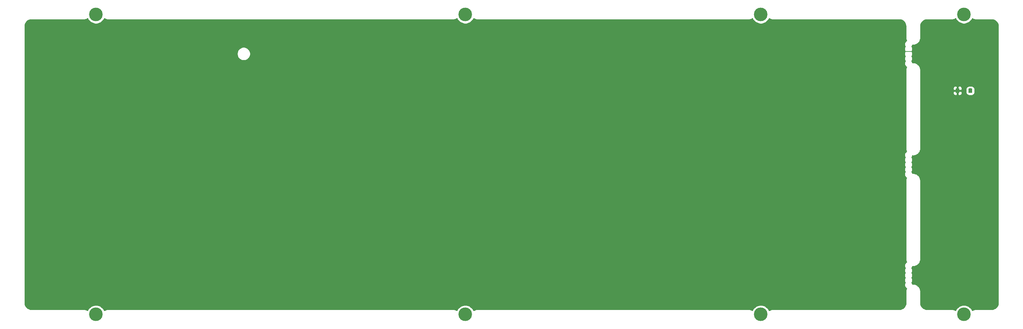
<source format=gbr>
G04 #@! TF.GenerationSoftware,KiCad,Pcbnew,(5.1.10-1-10_14)*
G04 #@! TF.CreationDate,2021-08-19T11:23:44-05:00*
G04 #@! TF.ProjectId,ori_bottom_plate,6f72695f-626f-4747-946f-6d5f706c6174,rev?*
G04 #@! TF.SameCoordinates,Original*
G04 #@! TF.FileFunction,Copper,L1,Top*
G04 #@! TF.FilePolarity,Positive*
%FSLAX46Y46*%
G04 Gerber Fmt 4.6, Leading zero omitted, Abs format (unit mm)*
G04 Created by KiCad (PCBNEW (5.1.10-1-10_14)) date 2021-08-19 11:23:44*
%MOMM*%
%LPD*%
G01*
G04 APERTURE LIST*
G04 #@! TA.AperFunction,ComponentPad*
%ADD10C,3.500000*%
G04 #@! TD*
G04 #@! TA.AperFunction,ViaPad*
%ADD11C,0.500000*%
G04 #@! TD*
G04 #@! TA.AperFunction,Conductor*
%ADD12C,0.250000*%
G04 #@! TD*
G04 #@! TA.AperFunction,Conductor*
%ADD13C,0.130000*%
G04 #@! TD*
G04 #@! TA.AperFunction,Conductor*
%ADD14C,0.254000*%
G04 #@! TD*
G04 #@! TA.AperFunction,Conductor*
%ADD15C,0.100000*%
G04 #@! TD*
G04 APERTURE END LIST*
D10*
X336973458Y-117264265D03*
X336973458Y-39873575D03*
X260773394Y-117264265D03*
X260773394Y-39873575D03*
X165523314Y-117264265D03*
X165523314Y-39873575D03*
G04 #@! TA.AperFunction,SMDPad,CuDef*
G36*
G01*
X388211370Y-59168840D02*
X388211370Y-59868840D01*
G75*
G02*
X387961370Y-60118840I-250000J0D01*
G01*
X387461370Y-60118840D01*
G75*
G02*
X387211370Y-59868840I0J250000D01*
G01*
X387211370Y-59168840D01*
G75*
G02*
X387461370Y-58918840I250000J0D01*
G01*
X387961370Y-58918840D01*
G75*
G02*
X388211370Y-59168840I0J-250000D01*
G01*
G37*
G04 #@! TD.AperFunction*
G04 #@! TA.AperFunction,SMDPad,CuDef*
G36*
G01*
X391511370Y-59168840D02*
X391511370Y-59868840D01*
G75*
G02*
X391261370Y-60118840I-250000J0D01*
G01*
X390761370Y-60118840D01*
G75*
G02*
X390511370Y-59868840I0J250000D01*
G01*
X390511370Y-59168840D01*
G75*
G02*
X390761370Y-58918840I250000J0D01*
G01*
X391261370Y-58918840D01*
G75*
G02*
X391511370Y-59168840I0J-250000D01*
G01*
G37*
G04 #@! TD.AperFunction*
X389360818Y-39873640D03*
X389360818Y-117264200D03*
D11*
X373287865Y-49398485D03*
X385194165Y-59518840D03*
D12*
X387711370Y-59518840D02*
X385194165Y-59518840D01*
D13*
X376859755Y-49398485D02*
X373287865Y-49398485D01*
D14*
X339171843Y-40919636D02*
X339225430Y-40955238D01*
X339278539Y-40991603D01*
X339287259Y-40996318D01*
X339389845Y-41050863D01*
X339449308Y-41075371D01*
X339508485Y-41100735D01*
X339517955Y-41103666D01*
X339629181Y-41137247D01*
X339692275Y-41149740D01*
X339755248Y-41163125D01*
X339765107Y-41164161D01*
X339880737Y-41175499D01*
X339880739Y-41175499D01*
X339915149Y-41178888D01*
X372657822Y-41178759D01*
X373016501Y-41213928D01*
X373328121Y-41308012D01*
X373615528Y-41460828D01*
X373867775Y-41666557D01*
X374075264Y-41917367D01*
X374230084Y-42203701D01*
X374326340Y-42514654D01*
X374363810Y-42871153D01*
X374363811Y-45861472D01*
X374367314Y-45897040D01*
X374367314Y-45912503D01*
X374368351Y-45922362D01*
X374394253Y-46153284D01*
X374407625Y-46216196D01*
X374420131Y-46279355D01*
X374423063Y-46288824D01*
X374493325Y-46510317D01*
X374518666Y-46569441D01*
X374529513Y-46595759D01*
X374388676Y-46689863D01*
X374244513Y-46834026D01*
X374131245Y-47003544D01*
X374053224Y-47191902D01*
X374013450Y-47391861D01*
X374013450Y-47595739D01*
X374053224Y-47795698D01*
X374131245Y-47984056D01*
X374221278Y-48118800D01*
X374131245Y-48253544D01*
X374053224Y-48441902D01*
X374013450Y-48641861D01*
X374013450Y-48845739D01*
X374053224Y-49045698D01*
X374131245Y-49234056D01*
X374221278Y-49368800D01*
X374131245Y-49503544D01*
X374053224Y-49691902D01*
X374013450Y-49891861D01*
X374013450Y-50095739D01*
X374053224Y-50295698D01*
X374131245Y-50484056D01*
X374221278Y-50618800D01*
X374131245Y-50753544D01*
X374053224Y-50941902D01*
X374013450Y-51141861D01*
X374013450Y-51345739D01*
X374053224Y-51545698D01*
X374131245Y-51734056D01*
X374221278Y-51868800D01*
X374131245Y-52003544D01*
X374053224Y-52191902D01*
X374013450Y-52391861D01*
X374013450Y-52595739D01*
X374053224Y-52795698D01*
X374131245Y-52984056D01*
X374244513Y-53153574D01*
X374388676Y-53297737D01*
X374529415Y-53391775D01*
X374512234Y-53433458D01*
X374486883Y-53492607D01*
X374483952Y-53502077D01*
X374416789Y-53724530D01*
X374404300Y-53787605D01*
X374390909Y-53850602D01*
X374389873Y-53860461D01*
X374367198Y-54091722D01*
X374367198Y-54091729D01*
X374363810Y-54126129D01*
X374363811Y-74436592D01*
X374367314Y-74472160D01*
X374367314Y-74487623D01*
X374368351Y-74497482D01*
X374394253Y-74728404D01*
X374407625Y-74791316D01*
X374420131Y-74854475D01*
X374423063Y-74863944D01*
X374493325Y-75085437D01*
X374518666Y-75144561D01*
X374533605Y-75180805D01*
X374388676Y-75277643D01*
X374244513Y-75421806D01*
X374131245Y-75591324D01*
X374053224Y-75779682D01*
X374013450Y-75979641D01*
X374013450Y-76183519D01*
X374053224Y-76383478D01*
X374131245Y-76571836D01*
X374221278Y-76706580D01*
X374131245Y-76841324D01*
X374053224Y-77029682D01*
X374013450Y-77229641D01*
X374013450Y-77433519D01*
X374053224Y-77633478D01*
X374131245Y-77821836D01*
X374221278Y-77956580D01*
X374131245Y-78091324D01*
X374053224Y-78279682D01*
X374013450Y-78479641D01*
X374013450Y-78683519D01*
X374053224Y-78883478D01*
X374131245Y-79071836D01*
X374221278Y-79206580D01*
X374131245Y-79341324D01*
X374053224Y-79529682D01*
X374013450Y-79729641D01*
X374013450Y-79933519D01*
X374053224Y-80133478D01*
X374131245Y-80321836D01*
X374221278Y-80456580D01*
X374131245Y-80591324D01*
X374053224Y-80779682D01*
X374013450Y-80979641D01*
X374013450Y-81183519D01*
X374053224Y-81383478D01*
X374131245Y-81571836D01*
X374244513Y-81741354D01*
X374388676Y-81885517D01*
X374525324Y-81976822D01*
X374512234Y-82008578D01*
X374486883Y-82067727D01*
X374483952Y-82077197D01*
X374416789Y-82299650D01*
X374404300Y-82362725D01*
X374390909Y-82425722D01*
X374389873Y-82435581D01*
X374367198Y-82666842D01*
X374367198Y-82666849D01*
X374363810Y-82701249D01*
X374363811Y-103011712D01*
X374367314Y-103047280D01*
X374367314Y-103062743D01*
X374368351Y-103072602D01*
X374394253Y-103303524D01*
X374407625Y-103366436D01*
X374420131Y-103429595D01*
X374423063Y-103439064D01*
X374493325Y-103660557D01*
X374518666Y-103719681D01*
X374533605Y-103755925D01*
X374388676Y-103852763D01*
X374244513Y-103996926D01*
X374131245Y-104166444D01*
X374053224Y-104354802D01*
X374013450Y-104554761D01*
X374013450Y-104758639D01*
X374053224Y-104958598D01*
X374131245Y-105146956D01*
X374221278Y-105281700D01*
X374131245Y-105416444D01*
X374053224Y-105604802D01*
X374013450Y-105804761D01*
X374013450Y-106008639D01*
X374053224Y-106208598D01*
X374131245Y-106396956D01*
X374221278Y-106531700D01*
X374131245Y-106666444D01*
X374053224Y-106854802D01*
X374013450Y-107054761D01*
X374013450Y-107258639D01*
X374053224Y-107458598D01*
X374131245Y-107646956D01*
X374221278Y-107781700D01*
X374131245Y-107916444D01*
X374053224Y-108104802D01*
X374013450Y-108304761D01*
X374013450Y-108508639D01*
X374053224Y-108708598D01*
X374131245Y-108896956D01*
X374221278Y-109031700D01*
X374131245Y-109166444D01*
X374053224Y-109354802D01*
X374013450Y-109554761D01*
X374013450Y-109758639D01*
X374053224Y-109958598D01*
X374131245Y-110146956D01*
X374244513Y-110316474D01*
X374388676Y-110460637D01*
X374525324Y-110551942D01*
X374512234Y-110583698D01*
X374486883Y-110642847D01*
X374483952Y-110652317D01*
X374416789Y-110874770D01*
X374404300Y-110937845D01*
X374390909Y-111000842D01*
X374389873Y-111010701D01*
X374367198Y-111241962D01*
X374367198Y-111241969D01*
X374363810Y-111276369D01*
X374363811Y-114253089D01*
X374328642Y-114611772D01*
X374234558Y-114923390D01*
X374081740Y-115210799D01*
X373876013Y-115463045D01*
X373625203Y-115670534D01*
X373338869Y-115825354D01*
X373027916Y-115921610D01*
X372671409Y-115959081D01*
X339915149Y-115958952D01*
X339885076Y-115961914D01*
X339881521Y-115961889D01*
X339871655Y-115962856D01*
X339814230Y-115968891D01*
X339810842Y-115969225D01*
X339810729Y-115969259D01*
X339756107Y-115975000D01*
X339693077Y-115987938D01*
X339629855Y-115999998D01*
X339620375Y-116002861D01*
X339620370Y-116002862D01*
X339620368Y-116002863D01*
X339620365Y-116002864D01*
X339509376Y-116037221D01*
X339450095Y-116062140D01*
X339390392Y-116086262D01*
X339381639Y-116090916D01*
X339279437Y-116146176D01*
X339226094Y-116182157D01*
X339172239Y-116217398D01*
X339164557Y-116223663D01*
X339134300Y-116248694D01*
X339087018Y-116134544D01*
X338826008Y-115743916D01*
X338493807Y-115411715D01*
X338103179Y-115150705D01*
X337669137Y-114970919D01*
X337208360Y-114879265D01*
X336738556Y-114879265D01*
X336277779Y-114970919D01*
X335843737Y-115150705D01*
X335453109Y-115411715D01*
X335120908Y-115743916D01*
X334859898Y-116134544D01*
X334812576Y-116248790D01*
X334775073Y-116218204D01*
X334721520Y-116182624D01*
X334668378Y-116146237D01*
X334659657Y-116141522D01*
X334557072Y-116086977D01*
X334497595Y-116062463D01*
X334438431Y-116037105D01*
X334428961Y-116034174D01*
X334317735Y-116000593D01*
X334254642Y-115988101D01*
X334191669Y-115974715D01*
X334181810Y-115973679D01*
X334066460Y-115962369D01*
X334031770Y-115958952D01*
X263715082Y-115958952D01*
X263685009Y-115961914D01*
X263681457Y-115961889D01*
X263671591Y-115962856D01*
X263614210Y-115968887D01*
X263610775Y-115969225D01*
X263610660Y-115969260D01*
X263556043Y-115975000D01*
X263493013Y-115987938D01*
X263429791Y-115999998D01*
X263420311Y-116002861D01*
X263420306Y-116002862D01*
X263420304Y-116002863D01*
X263420301Y-116002864D01*
X263309312Y-116037221D01*
X263250031Y-116062140D01*
X263190328Y-116086262D01*
X263181575Y-116090916D01*
X263079373Y-116146176D01*
X263026030Y-116182157D01*
X262972175Y-116217398D01*
X262964493Y-116223663D01*
X262934236Y-116248694D01*
X262886954Y-116134544D01*
X262625944Y-115743916D01*
X262293743Y-115411715D01*
X261903115Y-115150705D01*
X261469073Y-114970919D01*
X261008296Y-114879265D01*
X260538492Y-114879265D01*
X260077715Y-114970919D01*
X259643673Y-115150705D01*
X259253045Y-115411715D01*
X258920844Y-115743916D01*
X258659834Y-116134544D01*
X258612512Y-116248790D01*
X258575009Y-116218204D01*
X258521456Y-116182624D01*
X258468314Y-116146237D01*
X258459593Y-116141522D01*
X258357008Y-116086977D01*
X258297531Y-116062463D01*
X258238367Y-116037105D01*
X258228897Y-116034174D01*
X258117671Y-116000593D01*
X258054578Y-115988101D01*
X257991605Y-115974715D01*
X257981746Y-115973679D01*
X257866396Y-115962369D01*
X257831706Y-115958952D01*
X168465002Y-115958952D01*
X168434929Y-115961914D01*
X168431377Y-115961889D01*
X168421511Y-115962856D01*
X168364130Y-115968887D01*
X168360695Y-115969225D01*
X168360580Y-115969260D01*
X168305963Y-115975000D01*
X168242933Y-115987938D01*
X168179711Y-115999998D01*
X168170231Y-116002861D01*
X168170226Y-116002862D01*
X168170224Y-116002863D01*
X168170221Y-116002864D01*
X168059232Y-116037221D01*
X167999951Y-116062140D01*
X167940248Y-116086262D01*
X167931495Y-116090916D01*
X167829293Y-116146176D01*
X167775950Y-116182157D01*
X167722095Y-116217398D01*
X167714413Y-116223663D01*
X167684156Y-116248694D01*
X167636874Y-116134544D01*
X167375864Y-115743916D01*
X167043663Y-115411715D01*
X166653035Y-115150705D01*
X166218993Y-114970919D01*
X165758216Y-114879265D01*
X165288412Y-114879265D01*
X164827635Y-114970919D01*
X164393593Y-115150705D01*
X164002965Y-115411715D01*
X163670764Y-115743916D01*
X163409754Y-116134544D01*
X163362432Y-116248790D01*
X163324929Y-116218204D01*
X163271376Y-116182624D01*
X163218234Y-116146237D01*
X163209513Y-116141522D01*
X163106928Y-116086977D01*
X163047451Y-116062463D01*
X162988287Y-116037105D01*
X162978817Y-116034174D01*
X162867591Y-116000593D01*
X162804498Y-115988101D01*
X162741525Y-115974715D01*
X162731666Y-115973679D01*
X162616035Y-115962341D01*
X162616033Y-115962341D01*
X162581619Y-115958952D01*
X148888834Y-115959080D01*
X148530158Y-115923912D01*
X148218540Y-115829828D01*
X147931131Y-115677010D01*
X147678885Y-115471283D01*
X147471396Y-115220473D01*
X147316576Y-114934139D01*
X147220320Y-114623186D01*
X147182850Y-114266687D01*
X147182850Y-49823061D01*
X201888474Y-49823061D01*
X201888474Y-50164827D01*
X201955149Y-50500025D01*
X202085937Y-50815775D01*
X202275811Y-51099942D01*
X202517476Y-51341607D01*
X202801643Y-51531481D01*
X203117393Y-51662269D01*
X203452591Y-51728944D01*
X203794357Y-51728944D01*
X204129555Y-51662269D01*
X204445305Y-51531481D01*
X204729472Y-51341607D01*
X204971137Y-51099942D01*
X205161011Y-50815775D01*
X205291799Y-50500025D01*
X205358474Y-50164827D01*
X205358474Y-49823061D01*
X205291799Y-49487863D01*
X205161011Y-49172113D01*
X204971137Y-48887946D01*
X204729472Y-48646281D01*
X204445305Y-48456407D01*
X204129555Y-48325619D01*
X203794357Y-48258944D01*
X203452591Y-48258944D01*
X203117393Y-48325619D01*
X202801643Y-48456407D01*
X202517476Y-48646281D01*
X202275811Y-48887946D01*
X202085937Y-49172113D01*
X201955149Y-49487863D01*
X201888474Y-49823061D01*
X147182850Y-49823061D01*
X147182850Y-42884741D01*
X147218018Y-42526069D01*
X147312102Y-42214449D01*
X147464918Y-41927042D01*
X147670647Y-41674795D01*
X147921457Y-41467306D01*
X148207791Y-41312486D01*
X148518744Y-41216230D01*
X148875248Y-41178760D01*
X162581619Y-41178888D01*
X162611695Y-41175926D01*
X162615251Y-41175951D01*
X162625117Y-41174984D01*
X162682448Y-41168959D01*
X162685926Y-41168616D01*
X162686042Y-41168581D01*
X162740664Y-41162840D01*
X162803687Y-41149904D01*
X162866917Y-41137842D01*
X162876397Y-41134979D01*
X162876402Y-41134978D01*
X162876406Y-41134976D01*
X162987396Y-41100619D01*
X163046677Y-41075700D01*
X163106380Y-41051578D01*
X163115133Y-41046924D01*
X163217335Y-40991663D01*
X163270652Y-40955701D01*
X163324533Y-40920442D01*
X163332215Y-40914177D01*
X163362472Y-40889146D01*
X163409754Y-41003296D01*
X163670764Y-41393924D01*
X164002965Y-41726125D01*
X164393593Y-41987135D01*
X164827635Y-42166921D01*
X165288412Y-42258575D01*
X165758216Y-42258575D01*
X166218993Y-42166921D01*
X166653035Y-41987135D01*
X167043663Y-41726125D01*
X167375864Y-41393924D01*
X167636874Y-41003296D01*
X167684196Y-40889050D01*
X167721699Y-40919636D01*
X167775286Y-40955238D01*
X167828395Y-40991603D01*
X167837115Y-40996318D01*
X167939701Y-41050863D01*
X167999164Y-41075371D01*
X168058341Y-41100735D01*
X168067811Y-41103666D01*
X168179037Y-41137247D01*
X168242131Y-41149740D01*
X168305104Y-41163125D01*
X168314963Y-41164161D01*
X168430311Y-41175471D01*
X168465002Y-41178888D01*
X257831706Y-41178888D01*
X257861779Y-41175926D01*
X257865331Y-41175951D01*
X257875197Y-41174984D01*
X257932570Y-41168954D01*
X257936013Y-41168615D01*
X257936128Y-41168580D01*
X257990744Y-41162840D01*
X258053767Y-41149904D01*
X258116997Y-41137842D01*
X258126477Y-41134979D01*
X258126482Y-41134978D01*
X258126486Y-41134976D01*
X258237476Y-41100619D01*
X258296757Y-41075700D01*
X258356460Y-41051578D01*
X258365213Y-41046924D01*
X258467415Y-40991663D01*
X258520732Y-40955701D01*
X258574613Y-40920442D01*
X258582295Y-40914177D01*
X258612552Y-40889146D01*
X258659834Y-41003296D01*
X258920844Y-41393924D01*
X259253045Y-41726125D01*
X259643673Y-41987135D01*
X260077715Y-42166921D01*
X260538492Y-42258575D01*
X261008296Y-42258575D01*
X261469073Y-42166921D01*
X261903115Y-41987135D01*
X262293743Y-41726125D01*
X262625944Y-41393924D01*
X262886954Y-41003296D01*
X262934276Y-40889050D01*
X262971779Y-40919636D01*
X263025366Y-40955238D01*
X263078475Y-40991603D01*
X263087195Y-40996318D01*
X263189781Y-41050863D01*
X263249244Y-41075371D01*
X263308421Y-41100735D01*
X263317891Y-41103666D01*
X263429117Y-41137247D01*
X263492211Y-41149740D01*
X263555184Y-41163125D01*
X263565043Y-41164161D01*
X263680391Y-41175471D01*
X263715082Y-41178888D01*
X334031770Y-41178888D01*
X334061843Y-41175926D01*
X334065395Y-41175951D01*
X334075261Y-41174984D01*
X334132634Y-41168954D01*
X334136077Y-41168615D01*
X334136192Y-41168580D01*
X334190808Y-41162840D01*
X334253831Y-41149904D01*
X334317061Y-41137842D01*
X334326541Y-41134979D01*
X334326546Y-41134978D01*
X334326550Y-41134976D01*
X334437540Y-41100619D01*
X334496821Y-41075700D01*
X334556524Y-41051578D01*
X334565277Y-41046924D01*
X334667479Y-40991663D01*
X334720796Y-40955701D01*
X334774677Y-40920442D01*
X334782359Y-40914177D01*
X334812616Y-40889146D01*
X334859898Y-41003296D01*
X335120908Y-41393924D01*
X335453109Y-41726125D01*
X335843737Y-41987135D01*
X336277779Y-42166921D01*
X336738556Y-42258575D01*
X337208360Y-42258575D01*
X337669137Y-42166921D01*
X338103179Y-41987135D01*
X338493807Y-41726125D01*
X338826008Y-41393924D01*
X339087018Y-41003296D01*
X339134340Y-40889050D01*
X339171843Y-40919636D01*
G04 #@! TA.AperFunction,Conductor*
D15*
G36*
X339171843Y-40919636D02*
G01*
X339225430Y-40955238D01*
X339278539Y-40991603D01*
X339287259Y-40996318D01*
X339389845Y-41050863D01*
X339449308Y-41075371D01*
X339508485Y-41100735D01*
X339517955Y-41103666D01*
X339629181Y-41137247D01*
X339692275Y-41149740D01*
X339755248Y-41163125D01*
X339765107Y-41164161D01*
X339880737Y-41175499D01*
X339880739Y-41175499D01*
X339915149Y-41178888D01*
X372657822Y-41178759D01*
X373016501Y-41213928D01*
X373328121Y-41308012D01*
X373615528Y-41460828D01*
X373867775Y-41666557D01*
X374075264Y-41917367D01*
X374230084Y-42203701D01*
X374326340Y-42514654D01*
X374363810Y-42871153D01*
X374363811Y-45861472D01*
X374367314Y-45897040D01*
X374367314Y-45912503D01*
X374368351Y-45922362D01*
X374394253Y-46153284D01*
X374407625Y-46216196D01*
X374420131Y-46279355D01*
X374423063Y-46288824D01*
X374493325Y-46510317D01*
X374518666Y-46569441D01*
X374529513Y-46595759D01*
X374388676Y-46689863D01*
X374244513Y-46834026D01*
X374131245Y-47003544D01*
X374053224Y-47191902D01*
X374013450Y-47391861D01*
X374013450Y-47595739D01*
X374053224Y-47795698D01*
X374131245Y-47984056D01*
X374221278Y-48118800D01*
X374131245Y-48253544D01*
X374053224Y-48441902D01*
X374013450Y-48641861D01*
X374013450Y-48845739D01*
X374053224Y-49045698D01*
X374131245Y-49234056D01*
X374221278Y-49368800D01*
X374131245Y-49503544D01*
X374053224Y-49691902D01*
X374013450Y-49891861D01*
X374013450Y-50095739D01*
X374053224Y-50295698D01*
X374131245Y-50484056D01*
X374221278Y-50618800D01*
X374131245Y-50753544D01*
X374053224Y-50941902D01*
X374013450Y-51141861D01*
X374013450Y-51345739D01*
X374053224Y-51545698D01*
X374131245Y-51734056D01*
X374221278Y-51868800D01*
X374131245Y-52003544D01*
X374053224Y-52191902D01*
X374013450Y-52391861D01*
X374013450Y-52595739D01*
X374053224Y-52795698D01*
X374131245Y-52984056D01*
X374244513Y-53153574D01*
X374388676Y-53297737D01*
X374529415Y-53391775D01*
X374512234Y-53433458D01*
X374486883Y-53492607D01*
X374483952Y-53502077D01*
X374416789Y-53724530D01*
X374404300Y-53787605D01*
X374390909Y-53850602D01*
X374389873Y-53860461D01*
X374367198Y-54091722D01*
X374367198Y-54091729D01*
X374363810Y-54126129D01*
X374363811Y-74436592D01*
X374367314Y-74472160D01*
X374367314Y-74487623D01*
X374368351Y-74497482D01*
X374394253Y-74728404D01*
X374407625Y-74791316D01*
X374420131Y-74854475D01*
X374423063Y-74863944D01*
X374493325Y-75085437D01*
X374518666Y-75144561D01*
X374533605Y-75180805D01*
X374388676Y-75277643D01*
X374244513Y-75421806D01*
X374131245Y-75591324D01*
X374053224Y-75779682D01*
X374013450Y-75979641D01*
X374013450Y-76183519D01*
X374053224Y-76383478D01*
X374131245Y-76571836D01*
X374221278Y-76706580D01*
X374131245Y-76841324D01*
X374053224Y-77029682D01*
X374013450Y-77229641D01*
X374013450Y-77433519D01*
X374053224Y-77633478D01*
X374131245Y-77821836D01*
X374221278Y-77956580D01*
X374131245Y-78091324D01*
X374053224Y-78279682D01*
X374013450Y-78479641D01*
X374013450Y-78683519D01*
X374053224Y-78883478D01*
X374131245Y-79071836D01*
X374221278Y-79206580D01*
X374131245Y-79341324D01*
X374053224Y-79529682D01*
X374013450Y-79729641D01*
X374013450Y-79933519D01*
X374053224Y-80133478D01*
X374131245Y-80321836D01*
X374221278Y-80456580D01*
X374131245Y-80591324D01*
X374053224Y-80779682D01*
X374013450Y-80979641D01*
X374013450Y-81183519D01*
X374053224Y-81383478D01*
X374131245Y-81571836D01*
X374244513Y-81741354D01*
X374388676Y-81885517D01*
X374525324Y-81976822D01*
X374512234Y-82008578D01*
X374486883Y-82067727D01*
X374483952Y-82077197D01*
X374416789Y-82299650D01*
X374404300Y-82362725D01*
X374390909Y-82425722D01*
X374389873Y-82435581D01*
X374367198Y-82666842D01*
X374367198Y-82666849D01*
X374363810Y-82701249D01*
X374363811Y-103011712D01*
X374367314Y-103047280D01*
X374367314Y-103062743D01*
X374368351Y-103072602D01*
X374394253Y-103303524D01*
X374407625Y-103366436D01*
X374420131Y-103429595D01*
X374423063Y-103439064D01*
X374493325Y-103660557D01*
X374518666Y-103719681D01*
X374533605Y-103755925D01*
X374388676Y-103852763D01*
X374244513Y-103996926D01*
X374131245Y-104166444D01*
X374053224Y-104354802D01*
X374013450Y-104554761D01*
X374013450Y-104758639D01*
X374053224Y-104958598D01*
X374131245Y-105146956D01*
X374221278Y-105281700D01*
X374131245Y-105416444D01*
X374053224Y-105604802D01*
X374013450Y-105804761D01*
X374013450Y-106008639D01*
X374053224Y-106208598D01*
X374131245Y-106396956D01*
X374221278Y-106531700D01*
X374131245Y-106666444D01*
X374053224Y-106854802D01*
X374013450Y-107054761D01*
X374013450Y-107258639D01*
X374053224Y-107458598D01*
X374131245Y-107646956D01*
X374221278Y-107781700D01*
X374131245Y-107916444D01*
X374053224Y-108104802D01*
X374013450Y-108304761D01*
X374013450Y-108508639D01*
X374053224Y-108708598D01*
X374131245Y-108896956D01*
X374221278Y-109031700D01*
X374131245Y-109166444D01*
X374053224Y-109354802D01*
X374013450Y-109554761D01*
X374013450Y-109758639D01*
X374053224Y-109958598D01*
X374131245Y-110146956D01*
X374244513Y-110316474D01*
X374388676Y-110460637D01*
X374525324Y-110551942D01*
X374512234Y-110583698D01*
X374486883Y-110642847D01*
X374483952Y-110652317D01*
X374416789Y-110874770D01*
X374404300Y-110937845D01*
X374390909Y-111000842D01*
X374389873Y-111010701D01*
X374367198Y-111241962D01*
X374367198Y-111241969D01*
X374363810Y-111276369D01*
X374363811Y-114253089D01*
X374328642Y-114611772D01*
X374234558Y-114923390D01*
X374081740Y-115210799D01*
X373876013Y-115463045D01*
X373625203Y-115670534D01*
X373338869Y-115825354D01*
X373027916Y-115921610D01*
X372671409Y-115959081D01*
X339915149Y-115958952D01*
X339885076Y-115961914D01*
X339881521Y-115961889D01*
X339871655Y-115962856D01*
X339814230Y-115968891D01*
X339810842Y-115969225D01*
X339810729Y-115969259D01*
X339756107Y-115975000D01*
X339693077Y-115987938D01*
X339629855Y-115999998D01*
X339620375Y-116002861D01*
X339620370Y-116002862D01*
X339620368Y-116002863D01*
X339620365Y-116002864D01*
X339509376Y-116037221D01*
X339450095Y-116062140D01*
X339390392Y-116086262D01*
X339381639Y-116090916D01*
X339279437Y-116146176D01*
X339226094Y-116182157D01*
X339172239Y-116217398D01*
X339164557Y-116223663D01*
X339134300Y-116248694D01*
X339087018Y-116134544D01*
X338826008Y-115743916D01*
X338493807Y-115411715D01*
X338103179Y-115150705D01*
X337669137Y-114970919D01*
X337208360Y-114879265D01*
X336738556Y-114879265D01*
X336277779Y-114970919D01*
X335843737Y-115150705D01*
X335453109Y-115411715D01*
X335120908Y-115743916D01*
X334859898Y-116134544D01*
X334812576Y-116248790D01*
X334775073Y-116218204D01*
X334721520Y-116182624D01*
X334668378Y-116146237D01*
X334659657Y-116141522D01*
X334557072Y-116086977D01*
X334497595Y-116062463D01*
X334438431Y-116037105D01*
X334428961Y-116034174D01*
X334317735Y-116000593D01*
X334254642Y-115988101D01*
X334191669Y-115974715D01*
X334181810Y-115973679D01*
X334066460Y-115962369D01*
X334031770Y-115958952D01*
X263715082Y-115958952D01*
X263685009Y-115961914D01*
X263681457Y-115961889D01*
X263671591Y-115962856D01*
X263614210Y-115968887D01*
X263610775Y-115969225D01*
X263610660Y-115969260D01*
X263556043Y-115975000D01*
X263493013Y-115987938D01*
X263429791Y-115999998D01*
X263420311Y-116002861D01*
X263420306Y-116002862D01*
X263420304Y-116002863D01*
X263420301Y-116002864D01*
X263309312Y-116037221D01*
X263250031Y-116062140D01*
X263190328Y-116086262D01*
X263181575Y-116090916D01*
X263079373Y-116146176D01*
X263026030Y-116182157D01*
X262972175Y-116217398D01*
X262964493Y-116223663D01*
X262934236Y-116248694D01*
X262886954Y-116134544D01*
X262625944Y-115743916D01*
X262293743Y-115411715D01*
X261903115Y-115150705D01*
X261469073Y-114970919D01*
X261008296Y-114879265D01*
X260538492Y-114879265D01*
X260077715Y-114970919D01*
X259643673Y-115150705D01*
X259253045Y-115411715D01*
X258920844Y-115743916D01*
X258659834Y-116134544D01*
X258612512Y-116248790D01*
X258575009Y-116218204D01*
X258521456Y-116182624D01*
X258468314Y-116146237D01*
X258459593Y-116141522D01*
X258357008Y-116086977D01*
X258297531Y-116062463D01*
X258238367Y-116037105D01*
X258228897Y-116034174D01*
X258117671Y-116000593D01*
X258054578Y-115988101D01*
X257991605Y-115974715D01*
X257981746Y-115973679D01*
X257866396Y-115962369D01*
X257831706Y-115958952D01*
X168465002Y-115958952D01*
X168434929Y-115961914D01*
X168431377Y-115961889D01*
X168421511Y-115962856D01*
X168364130Y-115968887D01*
X168360695Y-115969225D01*
X168360580Y-115969260D01*
X168305963Y-115975000D01*
X168242933Y-115987938D01*
X168179711Y-115999998D01*
X168170231Y-116002861D01*
X168170226Y-116002862D01*
X168170224Y-116002863D01*
X168170221Y-116002864D01*
X168059232Y-116037221D01*
X167999951Y-116062140D01*
X167940248Y-116086262D01*
X167931495Y-116090916D01*
X167829293Y-116146176D01*
X167775950Y-116182157D01*
X167722095Y-116217398D01*
X167714413Y-116223663D01*
X167684156Y-116248694D01*
X167636874Y-116134544D01*
X167375864Y-115743916D01*
X167043663Y-115411715D01*
X166653035Y-115150705D01*
X166218993Y-114970919D01*
X165758216Y-114879265D01*
X165288412Y-114879265D01*
X164827635Y-114970919D01*
X164393593Y-115150705D01*
X164002965Y-115411715D01*
X163670764Y-115743916D01*
X163409754Y-116134544D01*
X163362432Y-116248790D01*
X163324929Y-116218204D01*
X163271376Y-116182624D01*
X163218234Y-116146237D01*
X163209513Y-116141522D01*
X163106928Y-116086977D01*
X163047451Y-116062463D01*
X162988287Y-116037105D01*
X162978817Y-116034174D01*
X162867591Y-116000593D01*
X162804498Y-115988101D01*
X162741525Y-115974715D01*
X162731666Y-115973679D01*
X162616035Y-115962341D01*
X162616033Y-115962341D01*
X162581619Y-115958952D01*
X148888834Y-115959080D01*
X148530158Y-115923912D01*
X148218540Y-115829828D01*
X147931131Y-115677010D01*
X147678885Y-115471283D01*
X147471396Y-115220473D01*
X147316576Y-114934139D01*
X147220320Y-114623186D01*
X147182850Y-114266687D01*
X147182850Y-49823061D01*
X201888474Y-49823061D01*
X201888474Y-50164827D01*
X201955149Y-50500025D01*
X202085937Y-50815775D01*
X202275811Y-51099942D01*
X202517476Y-51341607D01*
X202801643Y-51531481D01*
X203117393Y-51662269D01*
X203452591Y-51728944D01*
X203794357Y-51728944D01*
X204129555Y-51662269D01*
X204445305Y-51531481D01*
X204729472Y-51341607D01*
X204971137Y-51099942D01*
X205161011Y-50815775D01*
X205291799Y-50500025D01*
X205358474Y-50164827D01*
X205358474Y-49823061D01*
X205291799Y-49487863D01*
X205161011Y-49172113D01*
X204971137Y-48887946D01*
X204729472Y-48646281D01*
X204445305Y-48456407D01*
X204129555Y-48325619D01*
X203794357Y-48258944D01*
X203452591Y-48258944D01*
X203117393Y-48325619D01*
X202801643Y-48456407D01*
X202517476Y-48646281D01*
X202275811Y-48887946D01*
X202085937Y-49172113D01*
X201955149Y-49487863D01*
X201888474Y-49823061D01*
X147182850Y-49823061D01*
X147182850Y-42884741D01*
X147218018Y-42526069D01*
X147312102Y-42214449D01*
X147464918Y-41927042D01*
X147670647Y-41674795D01*
X147921457Y-41467306D01*
X148207791Y-41312486D01*
X148518744Y-41216230D01*
X148875248Y-41178760D01*
X162581619Y-41178888D01*
X162611695Y-41175926D01*
X162615251Y-41175951D01*
X162625117Y-41174984D01*
X162682448Y-41168959D01*
X162685926Y-41168616D01*
X162686042Y-41168581D01*
X162740664Y-41162840D01*
X162803687Y-41149904D01*
X162866917Y-41137842D01*
X162876397Y-41134979D01*
X162876402Y-41134978D01*
X162876406Y-41134976D01*
X162987396Y-41100619D01*
X163046677Y-41075700D01*
X163106380Y-41051578D01*
X163115133Y-41046924D01*
X163217335Y-40991663D01*
X163270652Y-40955701D01*
X163324533Y-40920442D01*
X163332215Y-40914177D01*
X163362472Y-40889146D01*
X163409754Y-41003296D01*
X163670764Y-41393924D01*
X164002965Y-41726125D01*
X164393593Y-41987135D01*
X164827635Y-42166921D01*
X165288412Y-42258575D01*
X165758216Y-42258575D01*
X166218993Y-42166921D01*
X166653035Y-41987135D01*
X167043663Y-41726125D01*
X167375864Y-41393924D01*
X167636874Y-41003296D01*
X167684196Y-40889050D01*
X167721699Y-40919636D01*
X167775286Y-40955238D01*
X167828395Y-40991603D01*
X167837115Y-40996318D01*
X167939701Y-41050863D01*
X167999164Y-41075371D01*
X168058341Y-41100735D01*
X168067811Y-41103666D01*
X168179037Y-41137247D01*
X168242131Y-41149740D01*
X168305104Y-41163125D01*
X168314963Y-41164161D01*
X168430311Y-41175471D01*
X168465002Y-41178888D01*
X257831706Y-41178888D01*
X257861779Y-41175926D01*
X257865331Y-41175951D01*
X257875197Y-41174984D01*
X257932570Y-41168954D01*
X257936013Y-41168615D01*
X257936128Y-41168580D01*
X257990744Y-41162840D01*
X258053767Y-41149904D01*
X258116997Y-41137842D01*
X258126477Y-41134979D01*
X258126482Y-41134978D01*
X258126486Y-41134976D01*
X258237476Y-41100619D01*
X258296757Y-41075700D01*
X258356460Y-41051578D01*
X258365213Y-41046924D01*
X258467415Y-40991663D01*
X258520732Y-40955701D01*
X258574613Y-40920442D01*
X258582295Y-40914177D01*
X258612552Y-40889146D01*
X258659834Y-41003296D01*
X258920844Y-41393924D01*
X259253045Y-41726125D01*
X259643673Y-41987135D01*
X260077715Y-42166921D01*
X260538492Y-42258575D01*
X261008296Y-42258575D01*
X261469073Y-42166921D01*
X261903115Y-41987135D01*
X262293743Y-41726125D01*
X262625944Y-41393924D01*
X262886954Y-41003296D01*
X262934276Y-40889050D01*
X262971779Y-40919636D01*
X263025366Y-40955238D01*
X263078475Y-40991603D01*
X263087195Y-40996318D01*
X263189781Y-41050863D01*
X263249244Y-41075371D01*
X263308421Y-41100735D01*
X263317891Y-41103666D01*
X263429117Y-41137247D01*
X263492211Y-41149740D01*
X263555184Y-41163125D01*
X263565043Y-41164161D01*
X263680391Y-41175471D01*
X263715082Y-41178888D01*
X334031770Y-41178888D01*
X334061843Y-41175926D01*
X334065395Y-41175951D01*
X334075261Y-41174984D01*
X334132634Y-41168954D01*
X334136077Y-41168615D01*
X334136192Y-41168580D01*
X334190808Y-41162840D01*
X334253831Y-41149904D01*
X334317061Y-41137842D01*
X334326541Y-41134979D01*
X334326546Y-41134978D01*
X334326550Y-41134976D01*
X334437540Y-41100619D01*
X334496821Y-41075700D01*
X334556524Y-41051578D01*
X334565277Y-41046924D01*
X334667479Y-40991663D01*
X334720796Y-40955701D01*
X334774677Y-40920442D01*
X334782359Y-40914177D01*
X334812616Y-40889146D01*
X334859898Y-41003296D01*
X335120908Y-41393924D01*
X335453109Y-41726125D01*
X335843737Y-41987135D01*
X336277779Y-42166921D01*
X336738556Y-42258575D01*
X337208360Y-42258575D01*
X337669137Y-42166921D01*
X338103179Y-41987135D01*
X338493807Y-41726125D01*
X338826008Y-41393924D01*
X339087018Y-41003296D01*
X339134340Y-40889050D01*
X339171843Y-40919636D01*
G37*
G04 #@! TD.AperFunction*
D14*
X391559387Y-40919636D02*
X391612974Y-40955238D01*
X391666083Y-40991603D01*
X391674803Y-40996318D01*
X391777389Y-41050863D01*
X391836852Y-41075371D01*
X391896029Y-41100735D01*
X391905499Y-41103666D01*
X392016725Y-41137247D01*
X392079819Y-41149740D01*
X392142792Y-41163125D01*
X392152651Y-41164161D01*
X392268281Y-41175499D01*
X392268282Y-41175499D01*
X392302712Y-41178889D01*
X396470431Y-41178760D01*
X396829101Y-41213928D01*
X397140721Y-41308012D01*
X397428128Y-41460828D01*
X397680375Y-41666557D01*
X397887864Y-41917367D01*
X398042684Y-42203701D01*
X398138940Y-42514654D01*
X398176411Y-42871163D01*
X398176410Y-114253099D01*
X398141242Y-114611772D01*
X398047158Y-114923390D01*
X397894340Y-115210799D01*
X397688613Y-115463045D01*
X397437803Y-115670534D01*
X397151469Y-115825354D01*
X396840516Y-115921610D01*
X396484014Y-115959080D01*
X392302712Y-115958951D01*
X392272620Y-115961914D01*
X392269065Y-115961889D01*
X392259199Y-115962856D01*
X392202080Y-115968859D01*
X392198405Y-115969221D01*
X392198282Y-115969258D01*
X392143651Y-115975000D01*
X392080621Y-115987938D01*
X392017399Y-115999998D01*
X392007919Y-116002861D01*
X392007914Y-116002862D01*
X392007912Y-116002863D01*
X392007909Y-116002864D01*
X391896920Y-116037221D01*
X391837639Y-116062140D01*
X391777936Y-116086262D01*
X391769183Y-116090916D01*
X391666981Y-116146176D01*
X391613638Y-116182157D01*
X391559783Y-116217398D01*
X391552101Y-116223663D01*
X391521727Y-116248790D01*
X391474378Y-116134479D01*
X391213368Y-115743851D01*
X390881167Y-115411650D01*
X390490539Y-115150640D01*
X390056497Y-114970854D01*
X389595720Y-114879200D01*
X389125916Y-114879200D01*
X388665139Y-114970854D01*
X388231097Y-115150640D01*
X387840469Y-115411650D01*
X387508268Y-115743851D01*
X387247258Y-116134479D01*
X387199962Y-116248661D01*
X387162617Y-116218204D01*
X387109064Y-116182624D01*
X387055922Y-116146237D01*
X387047201Y-116141522D01*
X386944616Y-116086977D01*
X386885139Y-116062463D01*
X386825975Y-116037105D01*
X386816505Y-116034174D01*
X386705279Y-116000593D01*
X386642186Y-115988101D01*
X386579213Y-115974715D01*
X386569354Y-115973679D01*
X386453723Y-115962341D01*
X386453717Y-115962341D01*
X386419300Y-115958952D01*
X379871047Y-115959080D01*
X379512378Y-115923912D01*
X379200760Y-115829828D01*
X378913351Y-115677010D01*
X378661105Y-115471283D01*
X378453616Y-115220473D01*
X378298796Y-114934139D01*
X378202540Y-114623186D01*
X378165070Y-114266687D01*
X378165070Y-111276368D01*
X378161566Y-111240790D01*
X378161566Y-111225337D01*
X378160529Y-111215478D01*
X378134627Y-110984556D01*
X378121255Y-110921644D01*
X378108749Y-110858485D01*
X378105817Y-110849015D01*
X378035555Y-110627523D01*
X378010214Y-110568399D01*
X377985683Y-110508882D01*
X377980968Y-110500161D01*
X377869023Y-110296534D01*
X377832685Y-110243464D01*
X377797055Y-110189836D01*
X377790736Y-110182198D01*
X377641371Y-110004192D01*
X377595422Y-109959196D01*
X377550051Y-109913507D01*
X377542368Y-109907242D01*
X377361273Y-109761638D01*
X377307477Y-109726435D01*
X377254078Y-109690417D01*
X377245325Y-109685763D01*
X377039398Y-109578107D01*
X376979712Y-109553992D01*
X376920411Y-109529064D01*
X376910921Y-109526199D01*
X376688005Y-109460591D01*
X376624787Y-109448531D01*
X376561756Y-109435593D01*
X376551894Y-109434626D01*
X376551890Y-109434626D01*
X376320476Y-109413566D01*
X376256161Y-109414015D01*
X376191780Y-109413566D01*
X376181914Y-109414533D01*
X376058145Y-109427542D01*
X376043676Y-109354802D01*
X375965655Y-109166444D01*
X375875622Y-109031700D01*
X375965655Y-108896956D01*
X376043676Y-108708598D01*
X376083450Y-108508639D01*
X376083450Y-108304761D01*
X376043676Y-108104802D01*
X375965655Y-107916444D01*
X375875622Y-107781700D01*
X375965655Y-107646956D01*
X376043676Y-107458598D01*
X376083450Y-107258639D01*
X376083450Y-107054761D01*
X376043676Y-106854802D01*
X375965655Y-106666444D01*
X375875622Y-106531700D01*
X375965655Y-106396956D01*
X376043676Y-106208598D01*
X376083450Y-106008639D01*
X376083450Y-105804761D01*
X376043676Y-105604802D01*
X375965655Y-105416444D01*
X375875622Y-105281700D01*
X375965655Y-105146956D01*
X376043676Y-104958598D01*
X376063033Y-104861284D01*
X376208404Y-104874514D01*
X376272719Y-104874065D01*
X376337100Y-104874514D01*
X376346966Y-104873547D01*
X376578063Y-104849258D01*
X376641100Y-104836318D01*
X376704312Y-104824260D01*
X376713802Y-104821395D01*
X376935781Y-104752681D01*
X376995101Y-104727745D01*
X377054769Y-104703637D01*
X377063522Y-104698983D01*
X377267925Y-104588462D01*
X377321234Y-104552505D01*
X377375121Y-104517242D01*
X377382803Y-104510977D01*
X377561847Y-104362858D01*
X377607165Y-104317222D01*
X377653167Y-104272174D01*
X377659486Y-104264535D01*
X377806351Y-104084461D01*
X377841969Y-104030852D01*
X377878319Y-103977764D01*
X377883034Y-103969044D01*
X377992125Y-103763873D01*
X378016646Y-103704382D01*
X378041997Y-103645233D01*
X378044928Y-103635763D01*
X378112091Y-103413310D01*
X378124579Y-103350242D01*
X378137971Y-103287238D01*
X378139007Y-103277379D01*
X378161682Y-103046118D01*
X378161682Y-103046112D01*
X378165070Y-103011712D01*
X378165070Y-82701248D01*
X378161566Y-82665670D01*
X378161566Y-82650217D01*
X378160529Y-82640358D01*
X378134627Y-82409436D01*
X378121255Y-82346524D01*
X378108749Y-82283365D01*
X378105817Y-82273895D01*
X378035555Y-82052403D01*
X378010214Y-81993279D01*
X377985683Y-81933762D01*
X377980968Y-81925041D01*
X377869023Y-81721414D01*
X377832685Y-81668344D01*
X377797055Y-81614716D01*
X377790736Y-81607078D01*
X377641371Y-81429072D01*
X377595422Y-81384076D01*
X377550051Y-81338387D01*
X377542368Y-81332122D01*
X377361273Y-81186518D01*
X377307477Y-81151315D01*
X377254078Y-81115297D01*
X377245325Y-81110643D01*
X377039398Y-81002987D01*
X376979712Y-80978872D01*
X376920411Y-80953944D01*
X376910921Y-80951079D01*
X376688005Y-80885471D01*
X376624787Y-80873411D01*
X376561756Y-80860473D01*
X376551894Y-80859506D01*
X376551890Y-80859506D01*
X376320476Y-80838446D01*
X376256161Y-80838895D01*
X376191780Y-80838446D01*
X376181914Y-80839413D01*
X376058145Y-80852422D01*
X376043676Y-80779682D01*
X375965655Y-80591324D01*
X375875622Y-80456580D01*
X375965655Y-80321836D01*
X376043676Y-80133478D01*
X376083450Y-79933519D01*
X376083450Y-79729641D01*
X376043676Y-79529682D01*
X375965655Y-79341324D01*
X375875622Y-79206580D01*
X375965655Y-79071836D01*
X376043676Y-78883478D01*
X376083450Y-78683519D01*
X376083450Y-78479641D01*
X376043676Y-78279682D01*
X375965655Y-78091324D01*
X375875622Y-77956580D01*
X375965655Y-77821836D01*
X376043676Y-77633478D01*
X376083450Y-77433519D01*
X376083450Y-77229641D01*
X376043676Y-77029682D01*
X375965655Y-76841324D01*
X375875622Y-76706580D01*
X375965655Y-76571836D01*
X376043676Y-76383478D01*
X376063033Y-76286164D01*
X376208404Y-76299394D01*
X376272719Y-76298945D01*
X376337100Y-76299394D01*
X376346966Y-76298427D01*
X376578063Y-76274138D01*
X376641100Y-76261198D01*
X376704312Y-76249140D01*
X376713802Y-76246275D01*
X376935781Y-76177561D01*
X376995101Y-76152625D01*
X377054769Y-76128517D01*
X377063522Y-76123863D01*
X377267925Y-76013342D01*
X377321234Y-75977385D01*
X377375121Y-75942122D01*
X377382803Y-75935857D01*
X377561847Y-75787738D01*
X377607165Y-75742102D01*
X377653167Y-75697054D01*
X377659486Y-75689415D01*
X377806351Y-75509341D01*
X377841969Y-75455732D01*
X377878319Y-75402644D01*
X377883034Y-75393924D01*
X377992125Y-75188753D01*
X378016646Y-75129262D01*
X378041997Y-75070113D01*
X378044928Y-75060643D01*
X378112091Y-74838190D01*
X378124579Y-74775122D01*
X378137971Y-74712118D01*
X378139007Y-74702259D01*
X378161682Y-74470998D01*
X378161682Y-74470992D01*
X378165070Y-74436592D01*
X378165070Y-60118840D01*
X386573298Y-60118840D01*
X386585558Y-60243322D01*
X386621868Y-60363020D01*
X386680833Y-60473334D01*
X386760185Y-60570025D01*
X386856876Y-60649377D01*
X386967190Y-60708342D01*
X387086888Y-60744652D01*
X387211370Y-60756912D01*
X387425620Y-60753840D01*
X387584370Y-60595090D01*
X387584370Y-59645840D01*
X387838370Y-59645840D01*
X387838370Y-60595090D01*
X387997120Y-60753840D01*
X388211370Y-60756912D01*
X388335852Y-60744652D01*
X388455550Y-60708342D01*
X388565864Y-60649377D01*
X388662555Y-60570025D01*
X388741907Y-60473334D01*
X388800872Y-60363020D01*
X388837182Y-60243322D01*
X388849442Y-60118840D01*
X388846370Y-59804590D01*
X388687620Y-59645840D01*
X387838370Y-59645840D01*
X387584370Y-59645840D01*
X386735120Y-59645840D01*
X386576370Y-59804590D01*
X386573298Y-60118840D01*
X378165070Y-60118840D01*
X378165070Y-58918840D01*
X386573298Y-58918840D01*
X386576370Y-59233090D01*
X386735120Y-59391840D01*
X387584370Y-59391840D01*
X387584370Y-58442590D01*
X387838370Y-58442590D01*
X387838370Y-59391840D01*
X388687620Y-59391840D01*
X388846370Y-59233090D01*
X388846998Y-59168840D01*
X389873298Y-59168840D01*
X389873298Y-59868840D01*
X389890362Y-60042094D01*
X389940898Y-60208690D01*
X390022965Y-60362226D01*
X390133408Y-60496802D01*
X390267984Y-60607245D01*
X390421520Y-60689312D01*
X390588116Y-60739848D01*
X390761370Y-60756912D01*
X391261370Y-60756912D01*
X391434624Y-60739848D01*
X391601220Y-60689312D01*
X391754756Y-60607245D01*
X391889332Y-60496802D01*
X391999775Y-60362226D01*
X392081842Y-60208690D01*
X392132378Y-60042094D01*
X392149442Y-59868840D01*
X392149442Y-59168840D01*
X392132378Y-58995586D01*
X392081842Y-58828990D01*
X391999775Y-58675454D01*
X391889332Y-58540878D01*
X391754756Y-58430435D01*
X391601220Y-58348368D01*
X391434624Y-58297832D01*
X391261370Y-58280768D01*
X390761370Y-58280768D01*
X390588116Y-58297832D01*
X390421520Y-58348368D01*
X390267984Y-58430435D01*
X390133408Y-58540878D01*
X390022965Y-58675454D01*
X389940898Y-58828990D01*
X389890362Y-58995586D01*
X389873298Y-59168840D01*
X388846998Y-59168840D01*
X388849442Y-58918840D01*
X388837182Y-58794358D01*
X388800872Y-58674660D01*
X388741907Y-58564346D01*
X388662555Y-58467655D01*
X388565864Y-58388303D01*
X388455550Y-58329338D01*
X388335852Y-58293028D01*
X388211370Y-58280768D01*
X387997120Y-58283840D01*
X387838370Y-58442590D01*
X387584370Y-58442590D01*
X387425620Y-58283840D01*
X387211370Y-58280768D01*
X387086888Y-58293028D01*
X386967190Y-58329338D01*
X386856876Y-58388303D01*
X386760185Y-58467655D01*
X386680833Y-58564346D01*
X386621868Y-58674660D01*
X386585558Y-58794358D01*
X386573298Y-58918840D01*
X378165070Y-58918840D01*
X378165070Y-54126128D01*
X378161566Y-54090550D01*
X378161566Y-54075097D01*
X378160529Y-54065238D01*
X378134627Y-53834316D01*
X378121255Y-53771404D01*
X378108749Y-53708245D01*
X378105817Y-53698775D01*
X378035555Y-53477283D01*
X378010214Y-53418159D01*
X377985683Y-53358642D01*
X377980968Y-53349921D01*
X377869023Y-53146294D01*
X377832685Y-53093224D01*
X377797055Y-53039596D01*
X377790736Y-53031958D01*
X377641371Y-52853952D01*
X377595422Y-52808956D01*
X377550051Y-52763267D01*
X377542368Y-52757002D01*
X377361273Y-52611398D01*
X377307477Y-52576195D01*
X377254078Y-52540177D01*
X377245325Y-52535523D01*
X377039398Y-52427867D01*
X376979712Y-52403752D01*
X376920411Y-52378824D01*
X376910921Y-52375959D01*
X376688005Y-52310351D01*
X376624787Y-52298291D01*
X376561756Y-52285353D01*
X376551894Y-52284386D01*
X376551890Y-52284386D01*
X376320476Y-52263326D01*
X376256161Y-52263775D01*
X376191780Y-52263326D01*
X376181914Y-52264293D01*
X376060611Y-52277042D01*
X376043676Y-52191902D01*
X375965655Y-52003544D01*
X375875622Y-51868800D01*
X375965655Y-51734056D01*
X376043676Y-51545698D01*
X376083450Y-51345739D01*
X376083450Y-51141861D01*
X376043676Y-50941902D01*
X375965655Y-50753544D01*
X375875622Y-50618800D01*
X375965655Y-50484056D01*
X376043676Y-50295698D01*
X376083450Y-50095739D01*
X376083450Y-49891861D01*
X376043676Y-49691902D01*
X375965655Y-49503544D01*
X375875622Y-49368800D01*
X375965655Y-49234056D01*
X376043676Y-49045698D01*
X376083450Y-48845739D01*
X376083450Y-48641861D01*
X376043676Y-48441902D01*
X375965655Y-48253544D01*
X375875622Y-48118800D01*
X375965655Y-47984056D01*
X376043676Y-47795698D01*
X376060559Y-47710819D01*
X376208404Y-47724274D01*
X376272719Y-47723825D01*
X376337100Y-47724274D01*
X376346966Y-47723307D01*
X376578063Y-47699018D01*
X376641100Y-47686078D01*
X376704312Y-47674020D01*
X376713802Y-47671155D01*
X376935781Y-47602441D01*
X376995101Y-47577505D01*
X377054769Y-47553397D01*
X377063522Y-47548743D01*
X377267925Y-47438222D01*
X377321234Y-47402265D01*
X377375121Y-47367002D01*
X377382803Y-47360737D01*
X377561847Y-47212618D01*
X377607165Y-47166982D01*
X377653167Y-47121934D01*
X377659486Y-47114295D01*
X377806351Y-46934221D01*
X377841969Y-46880612D01*
X377878319Y-46827524D01*
X377883034Y-46818804D01*
X377992125Y-46613633D01*
X378016646Y-46554142D01*
X378041997Y-46494993D01*
X378044928Y-46485523D01*
X378112091Y-46263070D01*
X378124579Y-46200002D01*
X378137971Y-46136998D01*
X378139007Y-46127139D01*
X378161682Y-45895878D01*
X378161682Y-45895872D01*
X378165070Y-45861472D01*
X378165070Y-42884741D01*
X378200238Y-42526069D01*
X378294322Y-42214449D01*
X378447138Y-41927042D01*
X378652867Y-41674795D01*
X378903677Y-41467306D01*
X379190011Y-41312486D01*
X379500964Y-41216230D01*
X379857462Y-41178760D01*
X386419300Y-41178888D01*
X386449379Y-41175926D01*
X386452939Y-41175951D01*
X386462805Y-41174984D01*
X386520094Y-41168963D01*
X386523607Y-41168617D01*
X386523725Y-41168581D01*
X386578352Y-41162840D01*
X386641375Y-41149904D01*
X386704605Y-41137842D01*
X386714085Y-41134979D01*
X386714090Y-41134978D01*
X386714094Y-41134976D01*
X386825084Y-41100619D01*
X386884365Y-41075700D01*
X386944068Y-41051578D01*
X386952821Y-41046924D01*
X387055023Y-40991663D01*
X387108340Y-40955701D01*
X387162221Y-40920442D01*
X387169903Y-40914177D01*
X387200003Y-40889276D01*
X387247258Y-41003361D01*
X387508268Y-41393989D01*
X387840469Y-41726190D01*
X388231097Y-41987200D01*
X388665139Y-42166986D01*
X389125916Y-42258640D01*
X389595720Y-42258640D01*
X390056497Y-42166986D01*
X390490539Y-41987200D01*
X390881167Y-41726190D01*
X391213368Y-41393989D01*
X391474378Y-41003361D01*
X391521767Y-40888954D01*
X391559387Y-40919636D01*
G04 #@! TA.AperFunction,Conductor*
D15*
G36*
X391559387Y-40919636D02*
G01*
X391612974Y-40955238D01*
X391666083Y-40991603D01*
X391674803Y-40996318D01*
X391777389Y-41050863D01*
X391836852Y-41075371D01*
X391896029Y-41100735D01*
X391905499Y-41103666D01*
X392016725Y-41137247D01*
X392079819Y-41149740D01*
X392142792Y-41163125D01*
X392152651Y-41164161D01*
X392268281Y-41175499D01*
X392268282Y-41175499D01*
X392302712Y-41178889D01*
X396470431Y-41178760D01*
X396829101Y-41213928D01*
X397140721Y-41308012D01*
X397428128Y-41460828D01*
X397680375Y-41666557D01*
X397887864Y-41917367D01*
X398042684Y-42203701D01*
X398138940Y-42514654D01*
X398176411Y-42871163D01*
X398176410Y-114253099D01*
X398141242Y-114611772D01*
X398047158Y-114923390D01*
X397894340Y-115210799D01*
X397688613Y-115463045D01*
X397437803Y-115670534D01*
X397151469Y-115825354D01*
X396840516Y-115921610D01*
X396484014Y-115959080D01*
X392302712Y-115958951D01*
X392272620Y-115961914D01*
X392269065Y-115961889D01*
X392259199Y-115962856D01*
X392202080Y-115968859D01*
X392198405Y-115969221D01*
X392198282Y-115969258D01*
X392143651Y-115975000D01*
X392080621Y-115987938D01*
X392017399Y-115999998D01*
X392007919Y-116002861D01*
X392007914Y-116002862D01*
X392007912Y-116002863D01*
X392007909Y-116002864D01*
X391896920Y-116037221D01*
X391837639Y-116062140D01*
X391777936Y-116086262D01*
X391769183Y-116090916D01*
X391666981Y-116146176D01*
X391613638Y-116182157D01*
X391559783Y-116217398D01*
X391552101Y-116223663D01*
X391521727Y-116248790D01*
X391474378Y-116134479D01*
X391213368Y-115743851D01*
X390881167Y-115411650D01*
X390490539Y-115150640D01*
X390056497Y-114970854D01*
X389595720Y-114879200D01*
X389125916Y-114879200D01*
X388665139Y-114970854D01*
X388231097Y-115150640D01*
X387840469Y-115411650D01*
X387508268Y-115743851D01*
X387247258Y-116134479D01*
X387199962Y-116248661D01*
X387162617Y-116218204D01*
X387109064Y-116182624D01*
X387055922Y-116146237D01*
X387047201Y-116141522D01*
X386944616Y-116086977D01*
X386885139Y-116062463D01*
X386825975Y-116037105D01*
X386816505Y-116034174D01*
X386705279Y-116000593D01*
X386642186Y-115988101D01*
X386579213Y-115974715D01*
X386569354Y-115973679D01*
X386453723Y-115962341D01*
X386453717Y-115962341D01*
X386419300Y-115958952D01*
X379871047Y-115959080D01*
X379512378Y-115923912D01*
X379200760Y-115829828D01*
X378913351Y-115677010D01*
X378661105Y-115471283D01*
X378453616Y-115220473D01*
X378298796Y-114934139D01*
X378202540Y-114623186D01*
X378165070Y-114266687D01*
X378165070Y-111276368D01*
X378161566Y-111240790D01*
X378161566Y-111225337D01*
X378160529Y-111215478D01*
X378134627Y-110984556D01*
X378121255Y-110921644D01*
X378108749Y-110858485D01*
X378105817Y-110849015D01*
X378035555Y-110627523D01*
X378010214Y-110568399D01*
X377985683Y-110508882D01*
X377980968Y-110500161D01*
X377869023Y-110296534D01*
X377832685Y-110243464D01*
X377797055Y-110189836D01*
X377790736Y-110182198D01*
X377641371Y-110004192D01*
X377595422Y-109959196D01*
X377550051Y-109913507D01*
X377542368Y-109907242D01*
X377361273Y-109761638D01*
X377307477Y-109726435D01*
X377254078Y-109690417D01*
X377245325Y-109685763D01*
X377039398Y-109578107D01*
X376979712Y-109553992D01*
X376920411Y-109529064D01*
X376910921Y-109526199D01*
X376688005Y-109460591D01*
X376624787Y-109448531D01*
X376561756Y-109435593D01*
X376551894Y-109434626D01*
X376551890Y-109434626D01*
X376320476Y-109413566D01*
X376256161Y-109414015D01*
X376191780Y-109413566D01*
X376181914Y-109414533D01*
X376058145Y-109427542D01*
X376043676Y-109354802D01*
X375965655Y-109166444D01*
X375875622Y-109031700D01*
X375965655Y-108896956D01*
X376043676Y-108708598D01*
X376083450Y-108508639D01*
X376083450Y-108304761D01*
X376043676Y-108104802D01*
X375965655Y-107916444D01*
X375875622Y-107781700D01*
X375965655Y-107646956D01*
X376043676Y-107458598D01*
X376083450Y-107258639D01*
X376083450Y-107054761D01*
X376043676Y-106854802D01*
X375965655Y-106666444D01*
X375875622Y-106531700D01*
X375965655Y-106396956D01*
X376043676Y-106208598D01*
X376083450Y-106008639D01*
X376083450Y-105804761D01*
X376043676Y-105604802D01*
X375965655Y-105416444D01*
X375875622Y-105281700D01*
X375965655Y-105146956D01*
X376043676Y-104958598D01*
X376063033Y-104861284D01*
X376208404Y-104874514D01*
X376272719Y-104874065D01*
X376337100Y-104874514D01*
X376346966Y-104873547D01*
X376578063Y-104849258D01*
X376641100Y-104836318D01*
X376704312Y-104824260D01*
X376713802Y-104821395D01*
X376935781Y-104752681D01*
X376995101Y-104727745D01*
X377054769Y-104703637D01*
X377063522Y-104698983D01*
X377267925Y-104588462D01*
X377321234Y-104552505D01*
X377375121Y-104517242D01*
X377382803Y-104510977D01*
X377561847Y-104362858D01*
X377607165Y-104317222D01*
X377653167Y-104272174D01*
X377659486Y-104264535D01*
X377806351Y-104084461D01*
X377841969Y-104030852D01*
X377878319Y-103977764D01*
X377883034Y-103969044D01*
X377992125Y-103763873D01*
X378016646Y-103704382D01*
X378041997Y-103645233D01*
X378044928Y-103635763D01*
X378112091Y-103413310D01*
X378124579Y-103350242D01*
X378137971Y-103287238D01*
X378139007Y-103277379D01*
X378161682Y-103046118D01*
X378161682Y-103046112D01*
X378165070Y-103011712D01*
X378165070Y-82701248D01*
X378161566Y-82665670D01*
X378161566Y-82650217D01*
X378160529Y-82640358D01*
X378134627Y-82409436D01*
X378121255Y-82346524D01*
X378108749Y-82283365D01*
X378105817Y-82273895D01*
X378035555Y-82052403D01*
X378010214Y-81993279D01*
X377985683Y-81933762D01*
X377980968Y-81925041D01*
X377869023Y-81721414D01*
X377832685Y-81668344D01*
X377797055Y-81614716D01*
X377790736Y-81607078D01*
X377641371Y-81429072D01*
X377595422Y-81384076D01*
X377550051Y-81338387D01*
X377542368Y-81332122D01*
X377361273Y-81186518D01*
X377307477Y-81151315D01*
X377254078Y-81115297D01*
X377245325Y-81110643D01*
X377039398Y-81002987D01*
X376979712Y-80978872D01*
X376920411Y-80953944D01*
X376910921Y-80951079D01*
X376688005Y-80885471D01*
X376624787Y-80873411D01*
X376561756Y-80860473D01*
X376551894Y-80859506D01*
X376551890Y-80859506D01*
X376320476Y-80838446D01*
X376256161Y-80838895D01*
X376191780Y-80838446D01*
X376181914Y-80839413D01*
X376058145Y-80852422D01*
X376043676Y-80779682D01*
X375965655Y-80591324D01*
X375875622Y-80456580D01*
X375965655Y-80321836D01*
X376043676Y-80133478D01*
X376083450Y-79933519D01*
X376083450Y-79729641D01*
X376043676Y-79529682D01*
X375965655Y-79341324D01*
X375875622Y-79206580D01*
X375965655Y-79071836D01*
X376043676Y-78883478D01*
X376083450Y-78683519D01*
X376083450Y-78479641D01*
X376043676Y-78279682D01*
X375965655Y-78091324D01*
X375875622Y-77956580D01*
X375965655Y-77821836D01*
X376043676Y-77633478D01*
X376083450Y-77433519D01*
X376083450Y-77229641D01*
X376043676Y-77029682D01*
X375965655Y-76841324D01*
X375875622Y-76706580D01*
X375965655Y-76571836D01*
X376043676Y-76383478D01*
X376063033Y-76286164D01*
X376208404Y-76299394D01*
X376272719Y-76298945D01*
X376337100Y-76299394D01*
X376346966Y-76298427D01*
X376578063Y-76274138D01*
X376641100Y-76261198D01*
X376704312Y-76249140D01*
X376713802Y-76246275D01*
X376935781Y-76177561D01*
X376995101Y-76152625D01*
X377054769Y-76128517D01*
X377063522Y-76123863D01*
X377267925Y-76013342D01*
X377321234Y-75977385D01*
X377375121Y-75942122D01*
X377382803Y-75935857D01*
X377561847Y-75787738D01*
X377607165Y-75742102D01*
X377653167Y-75697054D01*
X377659486Y-75689415D01*
X377806351Y-75509341D01*
X377841969Y-75455732D01*
X377878319Y-75402644D01*
X377883034Y-75393924D01*
X377992125Y-75188753D01*
X378016646Y-75129262D01*
X378041997Y-75070113D01*
X378044928Y-75060643D01*
X378112091Y-74838190D01*
X378124579Y-74775122D01*
X378137971Y-74712118D01*
X378139007Y-74702259D01*
X378161682Y-74470998D01*
X378161682Y-74470992D01*
X378165070Y-74436592D01*
X378165070Y-60118840D01*
X386573298Y-60118840D01*
X386585558Y-60243322D01*
X386621868Y-60363020D01*
X386680833Y-60473334D01*
X386760185Y-60570025D01*
X386856876Y-60649377D01*
X386967190Y-60708342D01*
X387086888Y-60744652D01*
X387211370Y-60756912D01*
X387425620Y-60753840D01*
X387584370Y-60595090D01*
X387584370Y-59645840D01*
X387838370Y-59645840D01*
X387838370Y-60595090D01*
X387997120Y-60753840D01*
X388211370Y-60756912D01*
X388335852Y-60744652D01*
X388455550Y-60708342D01*
X388565864Y-60649377D01*
X388662555Y-60570025D01*
X388741907Y-60473334D01*
X388800872Y-60363020D01*
X388837182Y-60243322D01*
X388849442Y-60118840D01*
X388846370Y-59804590D01*
X388687620Y-59645840D01*
X387838370Y-59645840D01*
X387584370Y-59645840D01*
X386735120Y-59645840D01*
X386576370Y-59804590D01*
X386573298Y-60118840D01*
X378165070Y-60118840D01*
X378165070Y-58918840D01*
X386573298Y-58918840D01*
X386576370Y-59233090D01*
X386735120Y-59391840D01*
X387584370Y-59391840D01*
X387584370Y-58442590D01*
X387838370Y-58442590D01*
X387838370Y-59391840D01*
X388687620Y-59391840D01*
X388846370Y-59233090D01*
X388846998Y-59168840D01*
X389873298Y-59168840D01*
X389873298Y-59868840D01*
X389890362Y-60042094D01*
X389940898Y-60208690D01*
X390022965Y-60362226D01*
X390133408Y-60496802D01*
X390267984Y-60607245D01*
X390421520Y-60689312D01*
X390588116Y-60739848D01*
X390761370Y-60756912D01*
X391261370Y-60756912D01*
X391434624Y-60739848D01*
X391601220Y-60689312D01*
X391754756Y-60607245D01*
X391889332Y-60496802D01*
X391999775Y-60362226D01*
X392081842Y-60208690D01*
X392132378Y-60042094D01*
X392149442Y-59868840D01*
X392149442Y-59168840D01*
X392132378Y-58995586D01*
X392081842Y-58828990D01*
X391999775Y-58675454D01*
X391889332Y-58540878D01*
X391754756Y-58430435D01*
X391601220Y-58348368D01*
X391434624Y-58297832D01*
X391261370Y-58280768D01*
X390761370Y-58280768D01*
X390588116Y-58297832D01*
X390421520Y-58348368D01*
X390267984Y-58430435D01*
X390133408Y-58540878D01*
X390022965Y-58675454D01*
X389940898Y-58828990D01*
X389890362Y-58995586D01*
X389873298Y-59168840D01*
X388846998Y-59168840D01*
X388849442Y-58918840D01*
X388837182Y-58794358D01*
X388800872Y-58674660D01*
X388741907Y-58564346D01*
X388662555Y-58467655D01*
X388565864Y-58388303D01*
X388455550Y-58329338D01*
X388335852Y-58293028D01*
X388211370Y-58280768D01*
X387997120Y-58283840D01*
X387838370Y-58442590D01*
X387584370Y-58442590D01*
X387425620Y-58283840D01*
X387211370Y-58280768D01*
X387086888Y-58293028D01*
X386967190Y-58329338D01*
X386856876Y-58388303D01*
X386760185Y-58467655D01*
X386680833Y-58564346D01*
X386621868Y-58674660D01*
X386585558Y-58794358D01*
X386573298Y-58918840D01*
X378165070Y-58918840D01*
X378165070Y-54126128D01*
X378161566Y-54090550D01*
X378161566Y-54075097D01*
X378160529Y-54065238D01*
X378134627Y-53834316D01*
X378121255Y-53771404D01*
X378108749Y-53708245D01*
X378105817Y-53698775D01*
X378035555Y-53477283D01*
X378010214Y-53418159D01*
X377985683Y-53358642D01*
X377980968Y-53349921D01*
X377869023Y-53146294D01*
X377832685Y-53093224D01*
X377797055Y-53039596D01*
X377790736Y-53031958D01*
X377641371Y-52853952D01*
X377595422Y-52808956D01*
X377550051Y-52763267D01*
X377542368Y-52757002D01*
X377361273Y-52611398D01*
X377307477Y-52576195D01*
X377254078Y-52540177D01*
X377245325Y-52535523D01*
X377039398Y-52427867D01*
X376979712Y-52403752D01*
X376920411Y-52378824D01*
X376910921Y-52375959D01*
X376688005Y-52310351D01*
X376624787Y-52298291D01*
X376561756Y-52285353D01*
X376551894Y-52284386D01*
X376551890Y-52284386D01*
X376320476Y-52263326D01*
X376256161Y-52263775D01*
X376191780Y-52263326D01*
X376181914Y-52264293D01*
X376060611Y-52277042D01*
X376043676Y-52191902D01*
X375965655Y-52003544D01*
X375875622Y-51868800D01*
X375965655Y-51734056D01*
X376043676Y-51545698D01*
X376083450Y-51345739D01*
X376083450Y-51141861D01*
X376043676Y-50941902D01*
X375965655Y-50753544D01*
X375875622Y-50618800D01*
X375965655Y-50484056D01*
X376043676Y-50295698D01*
X376083450Y-50095739D01*
X376083450Y-49891861D01*
X376043676Y-49691902D01*
X375965655Y-49503544D01*
X375875622Y-49368800D01*
X375965655Y-49234056D01*
X376043676Y-49045698D01*
X376083450Y-48845739D01*
X376083450Y-48641861D01*
X376043676Y-48441902D01*
X375965655Y-48253544D01*
X375875622Y-48118800D01*
X375965655Y-47984056D01*
X376043676Y-47795698D01*
X376060559Y-47710819D01*
X376208404Y-47724274D01*
X376272719Y-47723825D01*
X376337100Y-47724274D01*
X376346966Y-47723307D01*
X376578063Y-47699018D01*
X376641100Y-47686078D01*
X376704312Y-47674020D01*
X376713802Y-47671155D01*
X376935781Y-47602441D01*
X376995101Y-47577505D01*
X377054769Y-47553397D01*
X377063522Y-47548743D01*
X377267925Y-47438222D01*
X377321234Y-47402265D01*
X377375121Y-47367002D01*
X377382803Y-47360737D01*
X377561847Y-47212618D01*
X377607165Y-47166982D01*
X377653167Y-47121934D01*
X377659486Y-47114295D01*
X377806351Y-46934221D01*
X377841969Y-46880612D01*
X377878319Y-46827524D01*
X377883034Y-46818804D01*
X377992125Y-46613633D01*
X378016646Y-46554142D01*
X378041997Y-46494993D01*
X378044928Y-46485523D01*
X378112091Y-46263070D01*
X378124579Y-46200002D01*
X378137971Y-46136998D01*
X378139007Y-46127139D01*
X378161682Y-45895878D01*
X378161682Y-45895872D01*
X378165070Y-45861472D01*
X378165070Y-42884741D01*
X378200238Y-42526069D01*
X378294322Y-42214449D01*
X378447138Y-41927042D01*
X378652867Y-41674795D01*
X378903677Y-41467306D01*
X379190011Y-41312486D01*
X379500964Y-41216230D01*
X379857462Y-41178760D01*
X386419300Y-41178888D01*
X386449379Y-41175926D01*
X386452939Y-41175951D01*
X386462805Y-41174984D01*
X386520094Y-41168963D01*
X386523607Y-41168617D01*
X386523725Y-41168581D01*
X386578352Y-41162840D01*
X386641375Y-41149904D01*
X386704605Y-41137842D01*
X386714085Y-41134979D01*
X386714090Y-41134978D01*
X386714094Y-41134976D01*
X386825084Y-41100619D01*
X386884365Y-41075700D01*
X386944068Y-41051578D01*
X386952821Y-41046924D01*
X387055023Y-40991663D01*
X387108340Y-40955701D01*
X387162221Y-40920442D01*
X387169903Y-40914177D01*
X387200003Y-40889276D01*
X387247258Y-41003361D01*
X387508268Y-41393989D01*
X387840469Y-41726190D01*
X388231097Y-41987200D01*
X388665139Y-42166986D01*
X389125916Y-42258640D01*
X389595720Y-42258640D01*
X390056497Y-42166986D01*
X390490539Y-41987200D01*
X390881167Y-41726190D01*
X391213368Y-41393989D01*
X391474378Y-41003361D01*
X391521767Y-40888954D01*
X391559387Y-40919636D01*
G37*
G04 #@! TD.AperFunction*
M02*

</source>
